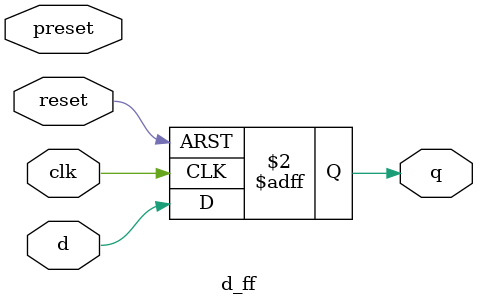
<source format=v>
`timescale 1ns / 1ps


module d_ff(
    input clk,preset,reset,d,
    output reg q
    );
    always @(posedge clk or posedge reset)
    begin
        if(reset)
            begin
            q <= 0;
            end
        else 
            begin
            q <= d;
            end
    end
endmodule

</source>
